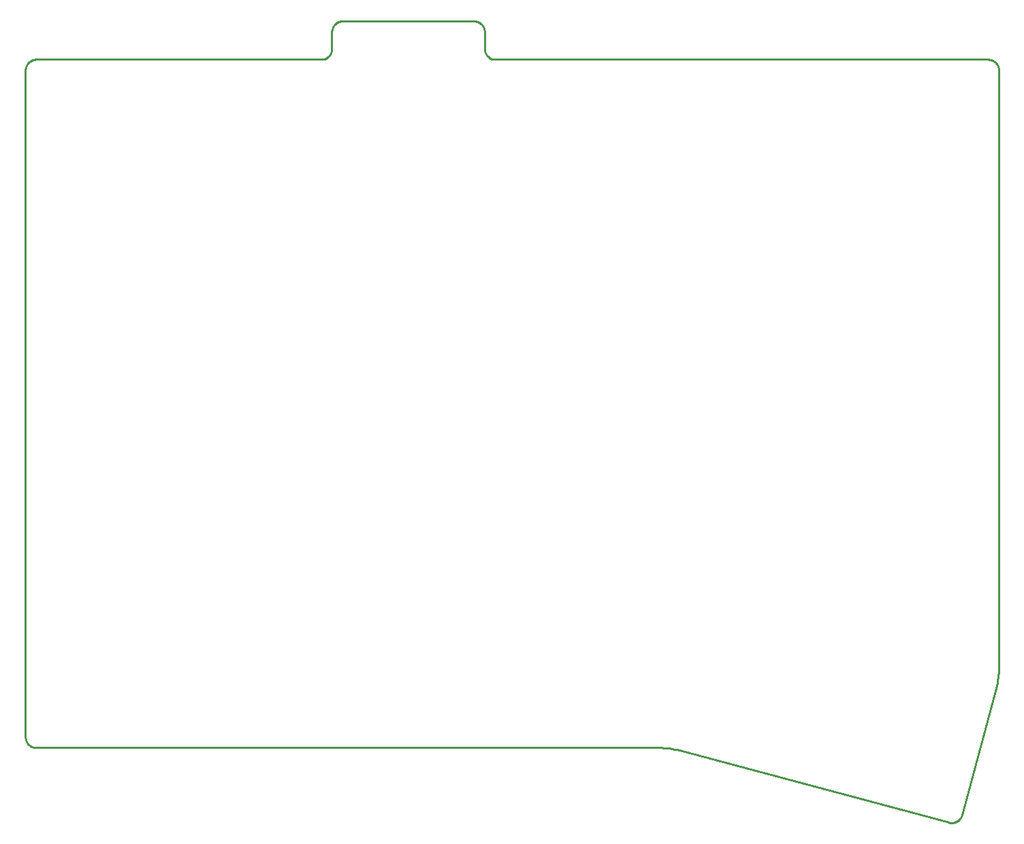
<source format=gbr>
%TF.GenerationSoftware,KiCad,Pcbnew,7.0.2*%
%TF.CreationDate,2023-10-26T02:33:03+11:00*%
%TF.ProjectId,cybr36,63796272-3336-42e6-9b69-6361645f7063,rev?*%
%TF.SameCoordinates,Original*%
%TF.FileFunction,Profile,NP*%
%FSLAX46Y46*%
G04 Gerber Fmt 4.6, Leading zero omitted, Abs format (unit mm)*
G04 Created by KiCad (PCBNEW 7.0.2) date 2023-10-26 02:33:03*
%MOMM*%
%LPD*%
G01*
G04 APERTURE LIST*
%TA.AperFunction,Profile*%
%ADD10C,0.263999*%
%TD*%
G04 APERTURE END LIST*
D10*
X161231923Y-137117605D02*
X160904332Y-137090738D01*
X196331812Y-146382695D02*
X162847543Y-137411565D01*
X138825539Y-50805244D02*
X138862862Y-50858345D01*
X81603955Y-136252547D02*
X81580719Y-136192340D01*
X82432778Y-51453676D02*
X82495555Y-51435849D01*
X196791964Y-146422875D02*
X196727205Y-146427057D01*
X202526353Y-52651518D02*
X202527979Y-52717118D01*
X81802852Y-136584703D02*
X81762845Y-136533348D01*
X82195592Y-51553870D02*
X82252634Y-51524655D01*
X120603731Y-46671097D02*
X120666900Y-46656854D01*
X81987770Y-136769616D02*
X81938270Y-136726973D01*
X202513480Y-52521763D02*
X202521505Y-52586364D01*
X118726399Y-51316741D02*
X118786605Y-51293507D01*
X120139135Y-46890788D02*
X120192235Y-46853465D01*
X197493354Y-146143765D02*
X197442483Y-146181873D01*
X202305705Y-51983163D02*
X202340300Y-52037902D01*
X82758096Y-51395922D02*
X82826173Y-51394200D01*
X138577609Y-47694827D02*
X138588766Y-47758766D01*
X81503252Y-52717122D02*
X81504974Y-52649045D01*
X81510083Y-52581861D02*
X81518496Y-52515654D01*
X82566903Y-137043556D02*
X82503733Y-137029313D01*
X138628928Y-50330581D02*
X138643171Y-50393749D01*
X81543150Y-136068747D02*
X81528907Y-136005578D01*
X197389895Y-146217478D02*
X197335691Y-146250520D01*
X119603265Y-50071290D02*
X119603265Y-47954122D01*
X118475699Y-51379708D02*
X118539639Y-51368552D01*
X202427272Y-52210860D02*
X202450508Y-52271066D01*
X137345943Y-46632826D02*
X137411098Y-46637674D01*
X201527514Y-51434099D02*
X201589804Y-51451384D01*
X202043463Y-51693794D02*
X202092962Y-51736438D01*
X119862863Y-47167063D02*
X119902868Y-47115709D01*
X82826166Y-51394204D02*
X118280344Y-51394204D01*
X162206808Y-137262194D02*
X161883423Y-137203367D01*
X119601639Y-50136890D02*
X119603265Y-50071290D01*
X82503733Y-137029313D02*
X82441442Y-137012028D01*
X138168249Y-46973437D02*
X138215784Y-47018674D01*
X139480135Y-51316740D02*
X139541436Y-51337022D01*
X82695446Y-137062734D02*
X82630844Y-137054711D01*
X82252634Y-51524655D02*
X82311234Y-51498162D01*
X138215784Y-47018674D02*
X138261020Y-47066210D01*
X119380998Y-50805245D02*
X119415593Y-50750507D01*
X120666900Y-46656854D02*
X120730839Y-46645698D01*
X138014297Y-46853466D02*
X138067397Y-46890788D01*
X139603725Y-51354307D02*
X139666893Y-51368550D01*
X139192234Y-51171942D02*
X139246972Y-51206537D01*
X81659103Y-136369240D02*
X81630098Y-136311550D01*
X139419929Y-51293505D02*
X139480135Y-51316740D01*
X202334941Y-129008740D02*
X202265517Y-129330197D01*
X82146967Y-136881540D02*
X82092227Y-136846945D01*
X118602807Y-51354309D02*
X118665097Y-51337024D01*
X82624706Y-51409443D02*
X82690912Y-51401030D01*
X137539637Y-46656856D02*
X137602805Y-46671099D01*
X82760603Y-137067580D02*
X82695446Y-137062734D01*
X82826173Y-51394200D02*
X82826166Y-51394204D01*
X138303663Y-47115709D02*
X138343669Y-47167063D01*
X119617767Y-47758765D02*
X119628925Y-47694825D01*
X138790944Y-50750506D02*
X138825539Y-50805244D01*
X81729189Y-51977464D02*
X81766073Y-51925597D01*
X119014303Y-51171942D02*
X119067404Y-51134620D01*
X202140497Y-51781674D02*
X202185733Y-51829210D01*
X197634646Y-146015003D02*
X197589538Y-146060271D01*
X202450508Y-52271066D02*
X202470792Y-52332367D01*
X119643169Y-47631657D02*
X119660455Y-47569368D01*
X81762845Y-136533348D02*
X81725522Y-136480248D01*
X139860587Y-51392578D02*
X139926187Y-51394204D01*
X196661951Y-146428030D02*
X196596304Y-146425734D01*
X139038282Y-51051970D02*
X139087781Y-51094614D01*
X138643171Y-50393749D02*
X138660456Y-50456038D01*
X138563365Y-47631659D02*
X138577609Y-47694827D01*
X81580719Y-136192340D02*
X81560436Y-136131037D01*
X138603265Y-47954122D02*
X138603281Y-50071286D01*
X139246972Y-51206537D02*
X139303239Y-51238359D01*
X119577611Y-50330584D02*
X119588767Y-50266645D01*
X138118750Y-46930794D02*
X138168249Y-46973437D01*
X119525798Y-50517343D02*
X119546081Y-50456041D01*
X197756819Y-145865822D02*
X197718389Y-145917720D01*
X201770315Y-51521044D02*
X201828004Y-51550049D01*
X197279974Y-146280940D02*
X197222845Y-146308680D01*
X162847543Y-137411565D02*
X162528269Y-137331604D01*
X119563367Y-50393752D02*
X119577611Y-50330584D01*
X81890733Y-136681737D02*
X81845496Y-136634202D01*
X197952097Y-145447240D02*
X197932813Y-145512551D01*
X161558374Y-137155160D02*
X161231923Y-137117605D01*
X120246973Y-46818870D02*
X120303242Y-46787048D01*
X196464234Y-146411103D02*
X196398016Y-146398651D01*
X119703974Y-47447860D02*
X119730117Y-47388858D01*
X202527979Y-52717118D02*
X202527963Y-127048711D01*
X82371310Y-51474475D02*
X82432778Y-51453676D01*
X120860595Y-46632826D02*
X120926195Y-46631200D01*
X138261020Y-47066210D02*
X138303663Y-47115709D01*
X138759121Y-50694238D02*
X138790944Y-50750506D01*
X119447416Y-50694239D02*
X119476421Y-50636550D01*
X138945511Y-50959198D02*
X138990747Y-51006734D01*
X82441442Y-137012028D02*
X82380138Y-136991746D01*
X202479554Y-128033858D02*
X202441993Y-128360309D01*
X119215791Y-51006734D02*
X119261027Y-50959198D01*
X196919586Y-146405119D02*
X196856124Y-146415543D01*
X120192235Y-46853465D02*
X120246973Y-46818870D01*
X82559559Y-51421077D02*
X82624706Y-51409443D01*
X202506425Y-127706266D02*
X202479554Y-128033858D01*
X138502559Y-47447861D02*
X138525795Y-47508067D01*
X81984675Y-51696291D02*
X82034651Y-51657018D01*
X118959565Y-51206537D02*
X119014303Y-51171942D01*
X197164406Y-146333681D02*
X197104759Y-146355884D01*
X202228376Y-51878709D02*
X202268382Y-51930063D01*
X138604904Y-50136886D02*
X138609750Y-50202041D01*
X138588766Y-47758766D02*
X138596791Y-47823367D01*
X119609741Y-47823366D02*
X119617767Y-47758765D01*
X119261027Y-50959198D02*
X119303670Y-50909699D01*
X202521505Y-52586364D02*
X202526353Y-52651518D01*
X119603265Y-47954122D02*
X119604893Y-47888521D01*
X82630844Y-137054711D02*
X82566903Y-137043556D01*
X138476416Y-47388859D02*
X138502559Y-47447861D01*
X137726396Y-46708667D02*
X137786602Y-46731902D01*
X197932813Y-145512551D02*
X197910488Y-145576122D01*
X202092962Y-51736438D02*
X202140497Y-51781674D01*
X202185733Y-51829210D02*
X202228376Y-51878709D01*
X82311234Y-51498162D02*
X82371310Y-51474475D01*
X119343676Y-50858345D02*
X119380998Y-50805245D01*
X119118757Y-51094614D02*
X119168256Y-51051970D01*
X137602805Y-46671099D02*
X137665094Y-46688385D01*
X139795433Y-51387731D02*
X139860587Y-51392578D01*
X139541436Y-51337022D02*
X139603725Y-51354307D01*
X81936674Y-51737872D02*
X81984675Y-51696291D01*
X138546079Y-47569369D02*
X138563365Y-47631659D01*
X119604893Y-47888521D02*
X119609741Y-47823366D01*
X197335691Y-146250520D02*
X197279974Y-146280940D01*
X118411098Y-51387732D02*
X118475699Y-51379708D01*
X119476421Y-50636550D02*
X119502563Y-50577548D01*
X201205041Y-51394204D02*
X201270644Y-51395829D01*
X81662925Y-52086539D02*
X81694779Y-52031139D01*
X118786605Y-51293507D02*
X118845607Y-51267364D01*
X197718389Y-145917720D02*
X197677631Y-145967467D01*
X138617772Y-50266642D02*
X138628928Y-50330581D01*
X138902868Y-50909699D02*
X138945511Y-50959198D01*
X197104759Y-146355884D02*
X197044005Y-146375231D01*
X81694779Y-52031139D02*
X81729189Y-51977464D01*
X81845496Y-136634202D02*
X81802852Y-136584703D01*
X197677631Y-145967467D02*
X197634646Y-146015003D01*
X197826289Y-145755808D02*
X197792820Y-145811832D01*
X81583529Y-52262257D02*
X81607217Y-52202181D01*
X137280344Y-46631200D02*
X137345943Y-46632826D01*
X119759122Y-47331169D02*
X119790945Y-47274901D01*
X118539639Y-51368552D02*
X118602807Y-51354309D01*
X81630098Y-136311550D02*
X81603955Y-136252547D01*
X82260927Y-136942368D02*
X82203236Y-136913363D01*
X138730116Y-50636548D02*
X138759121Y-50694238D01*
X81607217Y-52202181D02*
X81633709Y-52143581D01*
X201828004Y-51550049D02*
X201884272Y-51581871D01*
X81766073Y-51925597D02*
X81805346Y-51875621D01*
X82319931Y-136968511D02*
X82260927Y-136942368D01*
X81562730Y-52323726D02*
X81583529Y-52262257D01*
X138703973Y-50577547D02*
X138730116Y-50636548D01*
X137845603Y-46758044D02*
X137903292Y-46787049D01*
X82690912Y-51401030D02*
X82758096Y-51395922D01*
X202502323Y-52457824D02*
X202513480Y-52521763D01*
X119415593Y-50750507D02*
X119447416Y-50694239D01*
X202522573Y-127377797D02*
X202506425Y-127706266D01*
X138343669Y-47167063D02*
X138380992Y-47220163D01*
X81504974Y-52649045D02*
X81510083Y-52581861D01*
X196982247Y-146391662D02*
X196919586Y-146405119D01*
X137665094Y-46688385D02*
X137726396Y-46708667D01*
X81690926Y-136425509D02*
X81659103Y-136369240D01*
X137903292Y-46787049D02*
X137959559Y-46818871D01*
X202372124Y-52094169D02*
X202401129Y-52151858D01*
X201884272Y-51581871D02*
X201939010Y-51616466D01*
X119790945Y-47274901D02*
X119825540Y-47220163D01*
X201651106Y-51471667D02*
X201711313Y-51494902D01*
X119730117Y-47388858D02*
X119759122Y-47331169D01*
X120541442Y-46688383D02*
X120603731Y-46671097D01*
X81938270Y-136726973D02*
X81890733Y-136681737D01*
X137959559Y-46818871D02*
X138014297Y-46853466D01*
X81805346Y-51875621D02*
X81846926Y-51827620D01*
X202268382Y-51930063D02*
X202305705Y-51983163D01*
X81890730Y-51781675D02*
X81936674Y-51737872D01*
X82826204Y-137069203D02*
X82760603Y-137067580D01*
X138990747Y-51006734D02*
X139038282Y-51051970D01*
X119902868Y-47115709D02*
X119945511Y-47066210D01*
X197442483Y-146181873D02*
X197389895Y-146217478D01*
X82140192Y-51585724D02*
X82195592Y-51553870D01*
X138415587Y-47274902D02*
X138447410Y-47331170D01*
X139666893Y-51368550D02*
X139730832Y-51379707D01*
X120730839Y-46645698D02*
X120795440Y-46637673D01*
X196398016Y-146398651D02*
X196331812Y-146382695D01*
X119596792Y-50202044D02*
X119601639Y-50136890D01*
X202488078Y-52394656D02*
X202502323Y-52457824D01*
X201464344Y-51419856D02*
X201527514Y-51434099D01*
X201335801Y-51400676D02*
X201400404Y-51408700D01*
X119067404Y-51134620D02*
X119118757Y-51094614D01*
X139139134Y-51134619D02*
X139192234Y-51171942D01*
X197222845Y-146308680D02*
X197164406Y-146333681D01*
X120360931Y-46758043D02*
X120419933Y-46731901D01*
X201992110Y-51653789D02*
X202043463Y-51693794D01*
X81504878Y-135811882D02*
X81503252Y-135746282D01*
X197857124Y-145697809D02*
X197826289Y-145755808D01*
X138660456Y-50456038D02*
X138680738Y-50517340D01*
X82086518Y-51620135D02*
X82140192Y-51585724D01*
X118345944Y-51392579D02*
X118411098Y-51387732D01*
X202185541Y-129649465D02*
X197952097Y-145447240D01*
X160904332Y-137090738D02*
X160575862Y-137074593D01*
X118845607Y-51267364D02*
X118903297Y-51238360D01*
X138862862Y-50858345D02*
X138902868Y-50909699D01*
X82092227Y-136846945D02*
X82039125Y-136809622D01*
X138067397Y-46890788D02*
X138118750Y-46930794D01*
X139087781Y-51094614D02*
X139139134Y-51134619D01*
X196530364Y-146420111D02*
X196464234Y-146411103D01*
X196856124Y-146415543D02*
X196791964Y-146422875D01*
X196596304Y-146425734D02*
X196530364Y-146420111D01*
X196727205Y-146427057D02*
X196661951Y-146428030D01*
X139303239Y-51238359D02*
X139360928Y-51267363D01*
X119945511Y-47066210D02*
X119990747Y-47018674D01*
X137475699Y-46645699D02*
X137539637Y-46656856D01*
X120087781Y-46930794D02*
X120139135Y-46890788D01*
X202340300Y-52037902D02*
X202372124Y-52094169D01*
X81503252Y-135746282D02*
X81503252Y-52717122D01*
X81528907Y-136005578D02*
X81517750Y-135941638D01*
X197792820Y-145811832D02*
X197756819Y-145865822D01*
X137786602Y-46731902D02*
X137845603Y-46758044D01*
X119546081Y-50456041D02*
X119563367Y-50393752D01*
X162528269Y-137331604D02*
X162206808Y-137262194D01*
X201589804Y-51451384D02*
X201651106Y-51471667D01*
X201400404Y-51408700D02*
X201464344Y-51419856D01*
X119628925Y-47694825D02*
X119643169Y-47631657D01*
X119303670Y-50909699D02*
X119343676Y-50858345D01*
X81509725Y-135877037D02*
X81504878Y-135811882D01*
X120795440Y-46637673D02*
X120860595Y-46632826D01*
X202441993Y-128360309D02*
X202393778Y-128685357D01*
X197542406Y-146103211D02*
X197493354Y-146143765D01*
X202527963Y-127048711D02*
X202522573Y-127377797D01*
X138680738Y-50517340D02*
X138703973Y-50577547D01*
X120038282Y-46973437D02*
X120087781Y-46930794D01*
X119825540Y-47220163D02*
X119862863Y-47167063D01*
X138380992Y-47220163D02*
X138415587Y-47274902D01*
X202401129Y-52151858D02*
X202427272Y-52210860D01*
X202393778Y-128685357D02*
X202334941Y-129008740D01*
X197910488Y-145576122D02*
X197885225Y-145637894D01*
X138603281Y-50071286D02*
X138604904Y-50136886D01*
X138609750Y-50202041D02*
X138617772Y-50266642D01*
X82034651Y-51657018D02*
X82086518Y-51620135D01*
X119990747Y-47018674D02*
X120038282Y-46973437D01*
X118280344Y-51394204D02*
X118345944Y-51392579D01*
X81725522Y-136480248D02*
X81690926Y-136425509D01*
X161883423Y-137203367D02*
X161558374Y-137155160D01*
X139360928Y-51267363D02*
X139419929Y-51293505D01*
X120480139Y-46708666D02*
X120541442Y-46688383D01*
X202265517Y-129330197D02*
X202185541Y-129649465D01*
X201270644Y-51395829D02*
X201335801Y-51400676D01*
X119502563Y-50577548D02*
X119525798Y-50517343D01*
X137411098Y-46637674D02*
X137475699Y-46645699D01*
X82495555Y-51435849D02*
X82559559Y-51421077D01*
X138525795Y-47508067D02*
X138546079Y-47569369D01*
X118903297Y-51238360D02*
X118959565Y-51206537D01*
X197885225Y-145637894D02*
X197857124Y-145697809D01*
X201711313Y-51494902D02*
X201770315Y-51521044D01*
X81633709Y-52143581D02*
X81662925Y-52086539D01*
X81544903Y-52386503D02*
X81562730Y-52323726D01*
X138601639Y-47888522D02*
X138603265Y-47954122D01*
X81530131Y-52450507D02*
X81544903Y-52386503D01*
X81517750Y-135941638D02*
X81509725Y-135877037D01*
X81518496Y-52515654D02*
X81530131Y-52450507D01*
X197044005Y-146375231D02*
X196982247Y-146391662D01*
X160246774Y-137069203D02*
X82826204Y-137069203D01*
X119660455Y-47569368D02*
X119680739Y-47508066D01*
X160575862Y-137074593D02*
X160246774Y-137069203D01*
X120926195Y-46631200D02*
X137280344Y-46631200D01*
X139730832Y-51379707D02*
X139795433Y-51387731D01*
X82039125Y-136809622D02*
X81987770Y-136769616D01*
X118665097Y-51337024D02*
X118726399Y-51316741D01*
X81560436Y-136131037D02*
X81543150Y-136068747D01*
X138596791Y-47823367D02*
X138601639Y-47888522D01*
X201939010Y-51616466D02*
X201992110Y-51653789D01*
X139926187Y-51394204D02*
X201205041Y-51394204D01*
X119168256Y-51051970D02*
X119215791Y-51006734D01*
X119588767Y-50266645D02*
X119596792Y-50202044D01*
X138447410Y-47331170D02*
X138476416Y-47388859D01*
X81846926Y-51827620D02*
X81890730Y-51781675D01*
X82380138Y-136991746D02*
X82319931Y-136968511D01*
X202470792Y-52332367D02*
X202488078Y-52394656D01*
X120303242Y-46787048D02*
X120360931Y-46758043D01*
X120419933Y-46731901D02*
X120480139Y-46708666D01*
X119680739Y-47508066D02*
X119703974Y-47447860D01*
X197589538Y-146060271D02*
X197542406Y-146103211D01*
X82203236Y-136913363D02*
X82146967Y-136881540D01*
M02*

</source>
